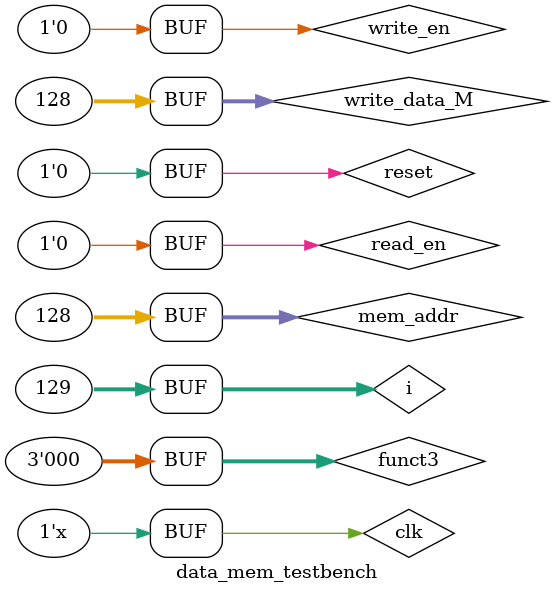
<source format=v>
`timescale 1ns / 1ps


module data_mem_testbench();
reg [31:0] write_data_M;
reg [31:0] mem_addr;
reg clk, reset, write_en, read_en;
reg [2:0] funct3;
wire [31:0] read_data;

    
    
    datamem dut(.write_data_M(write_data_M),
                .mem_addr(mem_addr),
                .funct3(funct3),
                .read_data(read_data),
                .clk(clk), .reset(reset),
                .write_en(write_en),
                .read_en(read_en));
                
    initial clk = 1'b0;
    always #5 clk = ~clk; 
    integer i;
    initial begin 
    funct3 = 3'b000;
    reset = 1;  read_en = 0; write_en = 0; #10;
    reset = 0;  #10;
    
    for (i = 0; i<=128; i = i+1) begin 
    write_en <= 1'b1; 
    mem_addr <= i; write_data_M = i; #10;
    end
    
    write_en = 0; #20
    
    for (i = 0; i<=128; i = i+1) begin 
    
        read_en <= 1'b1;
        mem_addr <= i; #10;
    end
    read_en <= 1'b0;
    end
endmodule

</source>
